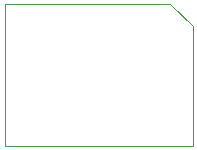
<source format=gbr>
G04 #@! TF.GenerationSoftware,KiCad,Pcbnew,(5.1.5)-2*
G04 #@! TF.CreationDate,2020-01-24T10:59:37+03:00*
G04 #@! TF.ProjectId,tcrt5000,74637274-3530-4303-902e-6b696361645f,rev?*
G04 #@! TF.SameCoordinates,Original*
G04 #@! TF.FileFunction,Profile,NP*
%FSLAX46Y46*%
G04 Gerber Fmt 4.6, Leading zero omitted, Abs format (unit mm)*
G04 Created by KiCad (PCBNEW (5.1.5)-2) date 2020-01-24 10:59:37*
%MOMM*%
%LPD*%
G04 APERTURE LIST*
%ADD10C,0.050000*%
G04 APERTURE END LIST*
D10*
X137160000Y-83185000D02*
X139065000Y-85090000D01*
X139065000Y-95250000D02*
X139065000Y-85090000D01*
X123190000Y-95250000D02*
X139065000Y-95250000D01*
X123190000Y-83185000D02*
X123190000Y-95250000D01*
X137160000Y-83185000D02*
X123190000Y-83185000D01*
M02*

</source>
